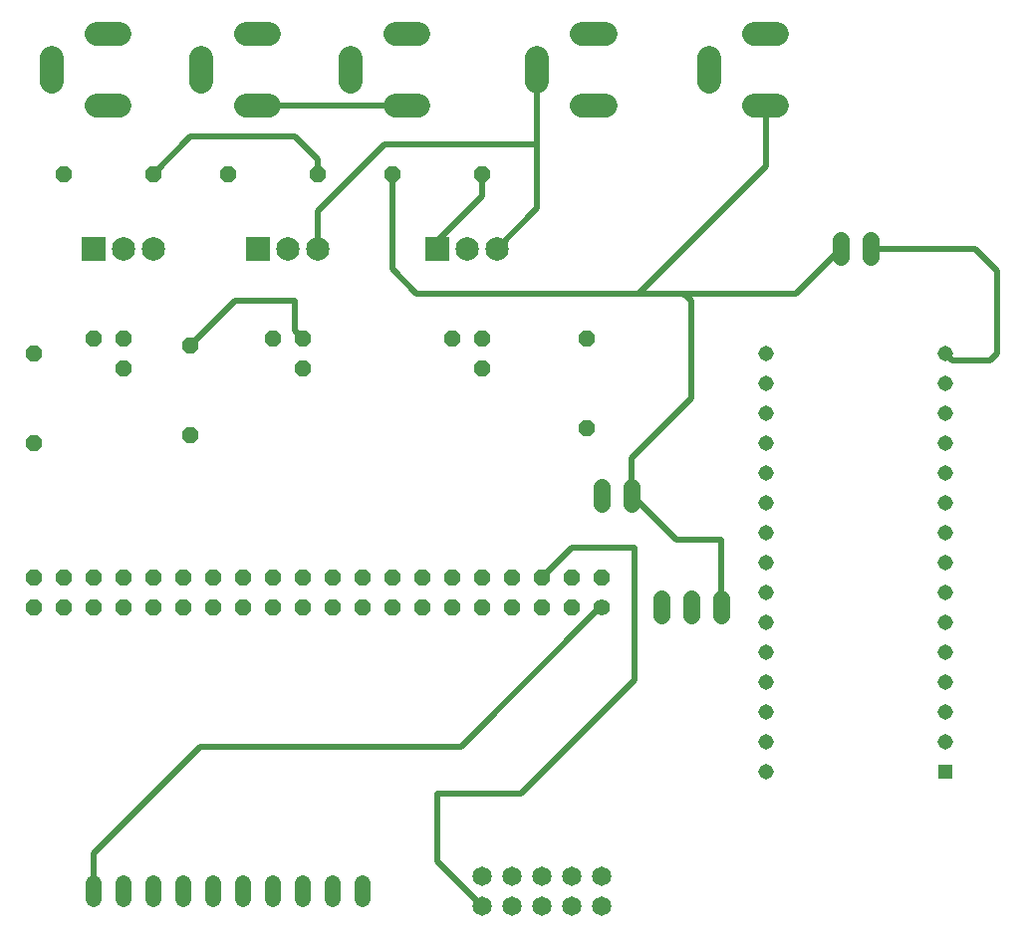
<source format=gbr>
G04 EAGLE Gerber RS-274X export*
G75*
%MOMM*%
%FSLAX34Y34*%
%LPD*%
%INBottom Copper*%
%IPPOS*%
%AMOC8*
5,1,8,0,0,1.08239X$1,22.5*%
G01*
%ADD10C,2.000000*%
%ADD11C,1.320800*%
%ADD12R,1.308000X1.308000*%
%ADD13C,1.308000*%
%ADD14C,1.650000*%
%ADD15C,1.422400*%
%ADD16R,1.995000X1.995000*%
%ADD17C,1.995000*%
%ADD18P,1.429621X8X22.500000*%
%ADD19P,1.429621X8X292.500000*%
%ADD20P,1.429621X8X202.500000*%
%ADD21C,1.422400*%
%ADD22P,1.539592X8X202.500000*%
%ADD23P,1.429621X8X112.500000*%
%ADD24C,0.508000*%


D10*
X504350Y858000D02*
X524350Y858000D01*
X524350Y919000D02*
X504350Y919000D01*
X466350Y899000D02*
X466350Y879000D01*
X650400Y858000D02*
X670400Y858000D01*
X670400Y919000D02*
X650400Y919000D01*
X612400Y899000D02*
X612400Y879000D01*
D11*
X88900Y197104D02*
X88900Y183896D01*
X114300Y183896D02*
X114300Y197104D01*
X139700Y197104D02*
X139700Y183896D01*
X165100Y183896D02*
X165100Y197104D01*
X190500Y197104D02*
X190500Y183896D01*
X215900Y183896D02*
X215900Y197104D01*
X241300Y197104D02*
X241300Y183896D01*
X266700Y183896D02*
X266700Y197104D01*
X292100Y197104D02*
X292100Y183896D01*
X317500Y183896D02*
X317500Y197104D01*
D12*
X812800Y292100D03*
D13*
X812800Y317500D03*
X812800Y342900D03*
X812800Y368300D03*
X812800Y393700D03*
X812800Y419100D03*
X812800Y444500D03*
X812800Y469900D03*
X812800Y495300D03*
X812800Y520700D03*
X812800Y546100D03*
X812800Y571500D03*
X812800Y596900D03*
X812800Y622300D03*
X812800Y647700D03*
X660400Y647700D03*
X660400Y622300D03*
X660400Y596900D03*
X660400Y571500D03*
X660400Y546100D03*
X660400Y520700D03*
X660400Y495300D03*
X660400Y469900D03*
X660400Y444500D03*
X660400Y419100D03*
X660400Y393700D03*
X660400Y368300D03*
X660400Y342900D03*
X660400Y317500D03*
X660400Y292100D03*
D14*
X520700Y177800D03*
X520700Y203200D03*
X495300Y177800D03*
X495300Y203200D03*
X469900Y177800D03*
X469900Y203200D03*
X444500Y203200D03*
X444500Y177800D03*
X419100Y203200D03*
X419100Y177800D03*
D15*
X723900Y729488D02*
X723900Y743712D01*
X749300Y743712D02*
X749300Y729488D01*
X546100Y534162D02*
X546100Y519938D01*
X520700Y519938D02*
X520700Y534162D01*
X622300Y438912D02*
X622300Y424688D01*
X596900Y424688D02*
X596900Y438912D01*
X571500Y438912D02*
X571500Y424688D01*
D10*
X111600Y858000D02*
X91600Y858000D01*
X91600Y919000D02*
X111600Y919000D01*
X53600Y899000D02*
X53600Y879000D01*
X218600Y858000D02*
X238600Y858000D01*
X238600Y919000D02*
X218600Y919000D01*
X180600Y899000D02*
X180600Y879000D01*
X345600Y858000D02*
X365600Y858000D01*
X365600Y919000D02*
X345600Y919000D01*
X307600Y899000D02*
X307600Y879000D01*
D16*
X381000Y736600D03*
D17*
X406400Y736600D03*
X431800Y736600D03*
D16*
X228600Y736600D03*
D17*
X254000Y736600D03*
X279400Y736600D03*
D16*
X88900Y736600D03*
D17*
X114300Y736600D03*
X139700Y736600D03*
D18*
X203200Y800100D03*
X279400Y800100D03*
X63500Y800100D03*
X139700Y800100D03*
D19*
X38100Y647700D03*
X38100Y571500D03*
X171450Y654050D03*
X171450Y577850D03*
D20*
X419100Y800100D03*
X342900Y800100D03*
D19*
X508000Y660400D03*
X508000Y584200D03*
D21*
X520700Y431800D03*
D22*
X520700Y457200D03*
X495300Y431800D03*
X495300Y457200D03*
X469900Y431800D03*
X469900Y457200D03*
X444500Y431800D03*
X444500Y457200D03*
X419100Y431800D03*
X419100Y457200D03*
X393700Y431800D03*
X393700Y457200D03*
X368300Y431800D03*
X368300Y457200D03*
X342900Y431800D03*
X342900Y457200D03*
X317500Y431800D03*
X317500Y457200D03*
X292100Y431800D03*
X292100Y457200D03*
X266700Y431800D03*
X266700Y457200D03*
X241300Y431800D03*
X241300Y457200D03*
X215900Y431800D03*
X215900Y457200D03*
X190500Y431800D03*
X190500Y457200D03*
X165100Y431800D03*
X165100Y457200D03*
X139700Y431800D03*
X139700Y457200D03*
X114300Y431800D03*
X114300Y457200D03*
X88900Y431800D03*
X88900Y457200D03*
X63500Y431800D03*
X63500Y457200D03*
X38100Y431800D03*
X38100Y457200D03*
D23*
X266700Y635000D03*
X266700Y660400D03*
X241300Y660400D03*
X114300Y635000D03*
X114300Y660400D03*
X88900Y660400D03*
X419100Y635000D03*
X419100Y660400D03*
X393700Y660400D03*
D24*
X549402Y482600D02*
X549402Y369570D01*
X549402Y482600D02*
X495300Y482600D01*
X469900Y457200D01*
X431800Y736600D02*
X466350Y771150D01*
X466350Y825500D01*
X466350Y889000D01*
X279400Y768350D02*
X279400Y736600D01*
X279400Y768350D02*
X336550Y825500D01*
X466350Y825500D01*
X549402Y369570D02*
X452882Y273050D01*
X381000Y273050D01*
X381000Y215900D01*
X419100Y177800D01*
X114300Y660400D02*
X114300Y661416D01*
X179796Y313146D02*
X401538Y313146D01*
X179796Y313146D02*
X88900Y222250D01*
X88900Y190500D01*
X401538Y313146D02*
X519684Y431292D01*
X520700Y431800D01*
X356616Y858012D02*
X355600Y858000D01*
X228600Y858000D01*
X266700Y661416D02*
X266700Y660400D01*
X260350Y666750D01*
X260350Y692150D01*
X209550Y692150D01*
X171450Y654050D01*
X381000Y736600D02*
X381000Y742950D01*
X419100Y781050D01*
X419100Y800100D01*
X405384Y737616D02*
X406400Y736600D01*
X307848Y888492D02*
X307600Y889000D01*
X749300Y736600D02*
X838200Y736600D01*
X857250Y717550D01*
X857250Y647700D01*
X850900Y641350D01*
X819150Y641350D01*
X812800Y647700D01*
X621792Y432816D02*
X622300Y431800D01*
X363982Y698500D02*
X342900Y719582D01*
X342900Y800100D01*
X622300Y488950D02*
X622300Y431800D01*
X584200Y488950D02*
X546100Y527050D01*
X584200Y488950D02*
X622300Y488950D01*
X171450Y831850D02*
X139700Y800100D01*
X171450Y831850D02*
X260350Y831850D01*
X279400Y812800D01*
X279400Y800100D01*
X363982Y698500D02*
X552450Y698500D01*
X546100Y558800D02*
X546100Y527050D01*
X546100Y558800D02*
X596900Y609600D01*
X660400Y806450D02*
X660400Y858000D01*
X660400Y806450D02*
X552450Y698500D01*
X685800Y698500D02*
X723900Y736600D01*
X685800Y698500D02*
X590550Y698500D01*
X552450Y698500D01*
X596900Y692150D02*
X596900Y609600D01*
X596900Y692150D02*
X590550Y698500D01*
M02*

</source>
